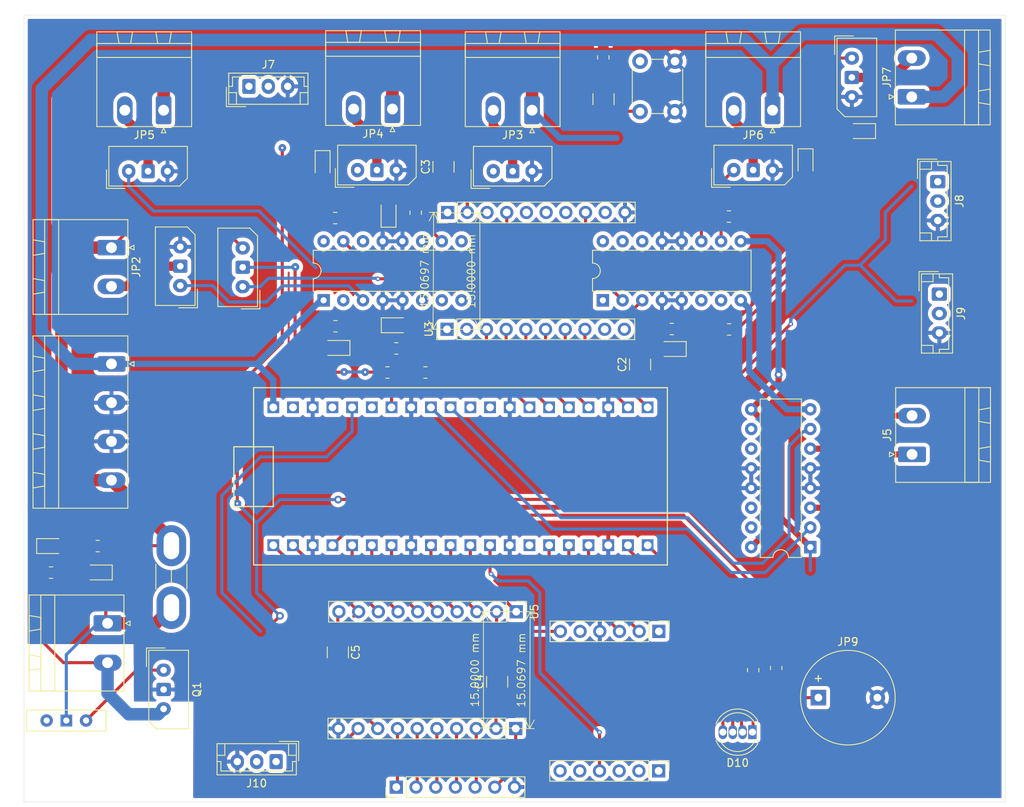
<source format=kicad_pcb>
(kicad_pcb (version 20240108) (generator "pcbnew") (generator_version "8.0")
  (layers (0 "F.Cu" signal) (31 "B.Cu" signal) (34 "B.Paste" user) (35 "F.Paste" user) (36 "B.SilkS" user "B.Silkscreen") (37 "F.SilkS" user "F.Silkscreen") (38 "B.Mask" user) (39 "F.Mask" user) (44 "Edge.Cuts" user))
  (net 0 "")
  (net 1 "Net-(C1-Pad1)")
  (net 2 "RESET")
  (net 3 "GND")
  (net 4 "Net-(D1-A)")
  (net 5 "Net-(D2-A)")
  (net 6 "Net-(D3-A)")
  (net 7 "12_V_battery")
  (net 8 "Net-(D4-A)")
  (net 9 "Net-(D5-A)")
  (net 10 "Net-(D6-A)")
  (net 11 "Net-(D7-A)")
  (net 12 "Net-(D8-A)")
  (net 13 "Net-(D9-A)")
  (net 14 "3V3")
  (net 15 "PWR_IN")
  (net 16 "5V_buck")
  (net 17 "GND_battery")
  (net 19 "RST")
  (net 24 "SCL")
  (net 25 "SDA")
  (net 26 "3V")
  (net 27 "TXD_MD")
  (net 28 "RXD_MD")
  (net 29 "Net-(JP2-B)")
  (net 30 "Net-(JP3-B)")
  (net 31 "Net-(JP4-B)")
  (net 32 "Net-(JP5-B)")
  (net 33 "Net-(JP6-B)")
  (net 34 "Net-(JP7-B)")
  (net 35 "Net-(D10-A)")
  (net 36 "Net-(JP9-A)")
  (net 37 "Net-(Q1-G)")
  (net 38 "G1")
  (net 39 "G2")
  (net 40 "G3")
  (net 41 "G4")
  (net 42 "G5")
  (net 43 "G6")
  (net 44 "Net-(Q8-D)")
  (net 45 "G7")
  (net 46 "V_measure")
  (net 47 "BUZZ")
  (net 48 "5V_LVL_SHFT_1")
  (net 49 "5V_LVL_SHFT_2")
  (net 50 "5V_LVL_SHFT_3")
  (net 51 "5V_LVL_SHFT_4")
  (net 52 "5V_LVL_SHFT_5")
  (net 53 "5V_LVL_SHFT_6")
  (net 54 "5V_LVL_SHFT_BATT")
  (net 56 "TOGG1")
  (net 57 "TOGG4")
  (net 58 "TOGG2")
  (net 59 "TOGG6")
  (net 60 "GP5")
  (net 61 "TOGG3")
  (net 62 "TOGG_BATT")
  (net 63 "TOGG5")
  (net 64 "GP6")
  (net 69 "TOGG_ACT_2")
  (net 70 "ACT_OUT_1")
  (net 72 "TOGG_ACT_1")
  (net 73 "ACT_OUT_2")
  (net 75 "GP4")
  (net 76 "GP7")
  (net 77 "GP3")
  (net 83 "LED_PIN_3")
  (net 84 "LED_PIN_2")
  (net 85 "LED_PIN_1")
  (net 87 "GP8")
  (net 89 "GP5_5V")
  (net 90 "GP4_5V")
  (net 91 "GP3_5V")
  (net 92 "GP6_5V")
  (net 93 "GP7_5V")
  (net 94 "GP8_5V")
  (net 95 "TXD_MD_5V")
  (net 96 "RXD_MD_5V")
  (footprint "Connector_Phoenix_MSTB:PhoenixContact_MSTBA_2,5_2-G_1x02_P5.00mm_Horizontal" (layer "F.Cu") (at 117 79.2775 180)
    (property "Reference" "JP3")
    (property "Value" "Jumper_2_Open")
  )
  (footprint "Capacitor_SMD:C_1210_3225Metric_Pad1.33x2.70mm_HandSolder" (layer "F.Cu") (at 112.5 153 90)
    (property "Reference" "C4")
    (property "Value" "0.1uF")
  )
  (footprint "Buzzer_Beeper:Buzzer_12x9.5RM7.6" (layer "F.Cu") (at 153.91 155.05)
    (property "Reference" "JP9")
    (property "Value" "Jumper_2_Open")
  )
  (footprint "LED_SMD:LED_0805_2012Metric_Pad1.15x1.40mm_HandSolder" (layer "F.Cu") (at 98.5 92.5 90)
    (property "Reference" "D6" (hide yes))
    (property "Value" "GREEN_LED" (hide yes))
  )
  (footprint "Package_DIP:DIP-16_W7.62mm" (layer "F.Cu") (at 126.125 103.8 90)
    (property "Reference" "U4" (hide yes))
    (property "Value" "L293D" (hide yes))
  )
  (footprint "LED_SMD:LED_0805_2012Metric_Pad1.15x1.40mm_HandSolder" (layer "F.Cu") (at 90 86.35 -90)
    (property "Reference" "D5" (hide yes))
    (property "Value" "GREEN_LED" (hide yes))
  )
  (footprint "Resistor_SMD:R_0805_2012Metric_Pad1.20x1.40mm_HandSolder" (layer "F.Cu") (at 91.66 107.14 180)
    (property "Reference" "R7" (hide yes))
    (property "Value" "220" (hide yes))
  )
  (footprint "Resistor_SMD:R_0805_2012Metric_Pad1.20x1.40mm_HandSolder" (layer "F.Cu") (at 103.25 113.11)
    (property "Reference" "R2" (hide yes))
    (property "Value" "330" (hide yes))
  )
  (footprint "Connector_Phoenix_MSTB:PhoenixContact_MSTBA_2,5_4-G_1x04_P5.00mm_Horizontal" (layer "F.Cu") (at 62.7775 112 -90)
    (property "Reference" "J1" (hide yes))
    (property "Value" "Conn_01x04_Socket" (hide yes))
  )
  (footprint "Capacitor_SMD:C_1210_3225Metric_Pad1.33x2.70mm_HandSolder" (layer "F.Cu") (at 126.21 77.85 -90)
    (property "Reference" "C1" (hide yes))
    (property "Value" "C" (hide yes))
  )
  (footprint "LED_SMD:LED_0805_2012Metric_Pad1.15x1.40mm_HandSolder" (layer "F.Cu") (at 152.25 86.12 -90)
    (property "Reference" "D7" (hide yes))
    (property "Value" "GREEN_LED" (hide yes))
  )
  (footprint "Resistor_SMD:R_0805_2012Metric_Pad1.20x1.40mm_HandSolder" (layer "F.Cu") (at 142.403796 107.551194)
    (property "Reference" "R11" (hide yes))
    (property "Value" "220" (hide yes))
  )
  (footprint "Resistor_SMD:R_0805_2012Metric_Pad1.20x1.40mm_HandSolder" (layer "F.Cu") (at 142.38 92.99)
    (property "Reference" "R10" (hide yes))
    (property "Value" "220" (hide yes))
  )
  (footprint "RASPBERRY_PI_PICO.kicad_mod:RASPBERRY_PI_PICO" (layer "F.Cu") (at 106.5 126.5 90)
    (property "Reference" "U1" (hide yes))
    (property "Value" "RASPBERRY_PI_PICO" (hide yes))
  )
  (footprint "Connector_JST:JST_EH_B3B-EH-A_1x03_P2.50mm_Vertical" (layer "F.Cu") (at 169.5 103 -90)
    (property "Reference" "J9")
    (property "Value" "Conn_01x03_Socket")
  )
  (footprint "Connector_JST:JST_EH_B3B-EH-A_1x03_P2.50mm_Vertical" (layer "F.Cu") (at 84 163.3 180)
    (property "Reference" "J10")
    (property "Value" "Conn_01x03_Socket")
  )
  (footprint "Resistor_SMD:R_0805_2012Metric_Pad1.20x1.40mm_HandSolder" (layer "F.Cu") (at 54.99 138.92)
    (property "Reference" "R5" (hide yes))
    (property "Value" "1k" (hide yes))
  )
  (footprint "Connector_Molex:Molex_SPOX_5267-03A_1x03_P2.50mm_Vertical" (layer "F.Cu") (at 158.22 72.55 -90)
    (property "Reference" "Q7" (hide yes))
    (property "Value" "NMOS" (hide yes))
  )
  (footprint "Connector_Phoenix_MSTB:PhoenixContact_MSTBA_2,5_2-G_1x02_P5.00mm_Horizontal" (layer "F.Cu") (at 62.7775 97 -90)
    (property "Reference" "JP2")
    (property "Value" "Jumper_2_Open")
  )
  (footprint "Connector_JST:JST_EH_B3B-EH-A_1x03_P2.50mm_Vertical" (layer "F.Cu") (at 169.3 88.5 -90)
    (property "Reference" "J8")
    (property "Value" "Conn_01x03_Socket")
  )
  (footprint "Connector_Molex:Molex_SPOX_5267-03A_1x03_P2.50mm_Vertical" (layer "F.Cu") (at 94.5 87)
    (property "Reference" "Q4" (hide yes))
    (property "Value" "NMOS" (hide yes))
  )
  (footprint "Resistor_SMD:R_0805_2012Metric_Pad1.20x1.40mm_HandSolder" (layer "F.Cu") (at 126.18 72.47 -90)
    (property "Reference" "R13" (hide yes))
    (property "Value" "220" (hide yes))
  )
  (footprint "LED_THT:LED_D5.0mm-4_RGB" (layer "F.Cu") (at 145.405 159.5 180)
    (property "Reference" "D10")
    (property "Value" "ASMB-MTB0-0A3A2" (hide yes))
  )
  (footprint "Connector_PinHeader_2.54mm:PinHeader_1x10_P2.54mm_Vertical_1" (layer "F.Cu") (at 114.962707 143.96524 -90)
    (property "Reference" "U5")
    (property "Value" "TXS0108EPW")
  )
  (footprint "Capacitor_SMD:C_1210_3225Metric_Pad1.33x2.70mm_HandSolder" (layer "F.Cu") (at 130.922823 112.081599 90)
    (property "Reference" "C2")
    (property "Value" "0.1uF")
  )
  (footprint "Capacitor_SMD:C_1210_3225Metric_Pad1.33x2.70mm_HandSolder" (layer "F.Cu") (at 91.959316 149.204777 -90)
    (property "Reference" "C5")
    (property "Value" "0.1uF")
  )
  (footprint "LED_SMD:LED_0805_2012Metric_Pad1.15x1.40mm_HandSolder" (layer "F.Cu") (at 55 135.5)
    (property "Reference" "D2" (hide yes))
    (property "Value" "GREEN_LED" (hide yes))
  )
  (footprint "Fuse:Fuse_Blade_Mini_directSolder" (layer "F.Cu") (at 70.5 143.45 90)
    (property "Reference" "F1" (hide yes))
    (property "Value" "Fuse" (hide yes))
  )
  (footprint "Connector_Molex:Molex_SPOX_5267-03A_1x03_P2.50mm_Vertical" (layer "F.Cu") (at 112 87.15)
    (property "Reference" "Q3" (hide yes))
    (property "Value" "NMOS" (hide yes))
  )
  (footprint "Capacitor_SMD:C_1210_3225Metric_Pad1.33x2.70mm_HandSolder" (layer "F.Cu") (at 105.583085 86.583085 90)
    (property "Reference" "C3")
    (property "Value" "0.1uF")
  )
  (footprint "Connector_Phoenix_MSTB:PhoenixContact_MSTBA_2,5_2-G_1x02_P5.00mm_Horizontal" (layer "F.Cu") (at 148 79.2775 180)
    (property "Reference" "JP6")
    (property "Value" "Jumper_2_Open")
  )
  (footprint "Resistor_SMD:R_0805_2012Metric_Pad1.20x1.40mm_HandSolder" (layer "F.Cu") (at 99.5 110 180)
    (property "Reference" "R6" (hide yes))
    (property "Value" "220" (hide yes))
  )
  (footprint "Package_DIP:DIP-16_W7.62mm" (layer "F.Cu") (at 152.87 135.635 180)
    (property "Reference" "U6" (hide yes))
    (property "Value" "L293D" (hide yes))
  )
  (footprint "Connector_Molex:Molex_SPOX_5267-03A_1x03_P2.50mm_Vertical" (layer "F.Cu") (at 69.5 151.5 -90)
    (property "Reference" "Q1")
    (property "Value" "NMOS")
  )
  (footprint "Resistor_SMD:R_0805_2012Metric_Pad1.20x1.40mm_HandSolder" (layer "F.Cu") (at 148.47 151.23 -90)
    (property "Reference" "R3" (hide yes))
    (property "Value" "110" (hide yes))
  )
  (footprint "Resistor_SMD:R_0805_2012Metric_Pad1.20x1.40mm_HandSolder" (layer "F.Cu") (at 102 92.5 90)
    (property "Reference" "R9" (hide yes))
    (property "Value" "220" (hide yes))
  )
  (footprint "Connector_PinHeader_2.54mm:PinHeader_1x06_P2.54mm_Vertical" (layer "F.Cu") (at 133.35 146.5 -90)
    (property "Reference" "J3" (hide yes))
    (property "Value" "Conn_01x06_Pin" (hide yes))
  )
  (footprint "Connector_PinHeader_2.54mm:PinHeader_1x07_P2.54mm_Vertical" (layer "F.Cu") (at 99.498188 166.587544 90)
    (property "Reference" "J6" (hide yes))
    (property "Value" "Conn_01x07_Pin" (hide yes))
  )
  (footprint "Resistor_SMD:R_0805_2012Metric_Pad1.20x1.40mm_HandSolder" (layer "F.Cu") (at 98.36 113.11)
    (property "Reference" "R1" (hide yes))
    (property "Value" "970" (hide yes))
  )
  (footprint "LED_SMD:LED_0805_2012Metric_Pad1.15x1.40mm_HandSolder" (layer "F.Cu") (at 159.4175 81.97 180)
    (property "Reference" "D8" (hide yes))
    (property "Value" "GREEN_LED" (hide yes))
  )
  (footprint "Connector_PinHeader_2.54mm:PinHeader_1x10_P2.54mm_Vertical_1" (layer "F.Cu") (at 106.037293 107.534761 90)
    (property "Reference" "U3")
    (property "Value" "TXS0108EPW")
  )
  (footprint "Button_Switch_THT:SW_Slide-03_Wuerth-WS-SLTV_10x2.5x6.4_P2.54mm" (layer "F.Cu") (at 56.96 158)
    (property "Reference" "SW2" (hide yes))
    (property "Value" "SW_Wuerth_450301014042" (hide yes))
  )
  (footprint "Button_Switch_THT:SW_PUSH_6mm_H5mm" (layer "F.Cu") (at 130.92 79.46 90)
    (property "Reference" "SW1" (hide yes))
    (property "Value" "SW_Push" (hide yes))
  )
  (footprint "Resistor_SMD:R_0805_2012Metric_Pad1.20x1.40mm_HandSolder" (layer "F.Cu") (at 145.5 151.5 90)
    (property "Reference" "R14" (hide yes))
    (property "Value" "220" (hide yes))
  )
  (footprint "LED_SMD:LED_0805_2012Metric_Pad1.15x1.40mm_HandSolder" (layer "F.Cu") (at 99.42 107.02)
    (property "Reference" "D1" (hide yes))
    (property "Value" "GREEN_LED" (hide yes))
  )
  (footprint "LED_SMD:LED_0805_2012Metric_Pad1.15x1.40mm_HandSolder" (layer "F.Cu") (at 61.02 138.9 180)
    (property "Reference" "D3" (hide yes))
    (property "Value" "RED_LED" (hide yes))
  )
  (footprint "Connector_Molex:Molex_SPOX_5267-03A_1x03_P2.50mm_Vertical" (layer "F.Cu") (at 143 87)
    (property "Reference" "Q6" (hide yes))
    (property "Value" "NMOS" (hide yes))
  )
  (footprint "Connector_Molex:Molex_SPOX_5267-03A_1x03_P2.50mm_Vertical" (layer "F.Cu") (at 71.65 101.9 90)
    (property "Reference" "Q2" (hide yes))
    (property "Value" "NMOS" (hide yes))
  )
  (footprint "Connector_Phoenix_MSTB:PhoenixContact_MSTBA_2,5_2-G_1x02_P5.00mm_Horizontal" (layer "F.Cu") (at 165.9425 77.55 90)
    (property "Reference" "JP7")
    (property "Value" "Jumper_2_Open")
  )
  (footprint "Connector_Phoenix_MSTB:PhoenixContact_MSTBA_2,5_2-G-5,08_1x02_P5.08mm_Horizontal" (layer "F.Cu") (at 62.2775 145.46 -90)
    (property "Reference" "BATTERY_CONN1" (hide yes))
    (property "Value" "Conn_01x02_Socket" (hide yes))
  )
  (footprint "LED_SMD:LED_0805_2012Metric_Pad1.15x1.40mm_HandSolder" (layer "F.Cu") (at 91.66 109.94 180)
    (property "Reference" "D4" (hide yes))
    (property "Value" "GREEN_LED" (hide yes))
  )
  (footprint "Resistor_SMD:R_0805_2012Metric_Pad1.20x1.40mm_HandSolder" (layer "F.Cu") (at 61 135.5 180)
    (property "Reference" "R4" (hide yes))
    (property "Value" "1k" (hide yes))
  )
  (footprint "Connector_Phoenix_MSTB:PhoenixContact_MSTBA_2,5_2-G_1x02_P5.00mm_Horizontal" (layer "F.Cu") (at 69.5 79.2775 180)
    (property "Reference" "JP5")
    (property "Value" "Jumper_2_Open")
  )
  (footprint "Connector_PinHeader_2.54mm:PinHeader_1x06_P2.54mm_Vertical" (layer "F.Cu") (at 133.31 164.5 -90)
    (property "Reference" "J2" (hide yes))
    (property "Value" "Conn_01x06_Pin" (hide yes))
  )
  (footprint "Connector_Phoenix_MSTB:PhoenixContact_MSTBA_2,5_2-G_1x02_P5.00mm_Horizontal" (layer "F.Cu") (at 99 79.1275 180)
    (property "Reference" "JP4")
    (property "Value" "Jumper_2_Open")
  )
  (footprint "Package_DIP:DIP-16_W7.62mm" (layer "F.Cu") (at 90.125 103.8 90)
    (property "Reference" "U2" (hide yes))
    (property "Value" "L293D" (hide yes))
  )
  (footprint "Connector_JST:JST_EH_B3B-EH-A_1x03_P2.50mm_Vertical" (layer "F.Cu") (at 80.5 76.2)
    (property "Reference" "J7")
    (property "Value" "Conn_01x03_Socket")
  )
  (footprint "Connector_Phoenix_MSTB:PhoenixContact_MSTBA_2,5_2-G_1x02_P5.00mm_Horizontal" (layer "F.Cu") (at 165.9825 123.67 90)
    (property "Reference" "J5")
    (property "Value" "Conn_01x02_Socket")
  )
  (footprint "Resistor_SMD:R_0805_2012Metric_Pad1.20x1.40mm_HandSolder" (layer "F.Cu") (at 135 107.5 180)
    (property "Reference" "R12" (hide yes))
    (property "Value" "220" (hide yes))
  )
  (footprint "Connector_Molex:Molex_SPOX_5267-03A_1x03_P2.50mm_Vertical" (layer "F.Cu") (at 65 87.15)
    (property "Reference" "Q5" (hide yes))
    (property "Value" "NMOS" (hide yes))
  )
  (footprint "Resistor_SMD:R_0805_2012Metric_Pad1.20x1.40mm_HandSolder" (layer "F.Cu") (at 91.62 93.19 180)
    (property "Reference" "R8" (hide yes))
    (property "Value" "220" (hide yes))
  )
  (footprint "Connector_Molex:Molex_SPOX_5267-03A_1x03_P2.50mm_Vertical" (layer "F.Cu") (at 79.7 102.04 90)
    (property "Reference" "Q8" (hide yes))
    (property "Value" "PMOS" (hide yes))
  )
  (footprint "LED_SMD:LED_0805_2012Metric_Pad1.15x1.40mm_HandSolder" (layer "F.Cu") (at 135.0075 110.08 180)
    (property "Reference" "D9" (hide yes))
    (property "Value" "GREEN_LED" (hide yes))
  )
  (gr_rect (start 51.5 67) (end 178 168.5) (stroke (width 0.05)) (fill none) (layer "Edge.Cuts"))
  (segment (start 126.18 73.47) (end 126.18 76.2575) (width 0.4) (layer "F.Cu") (net 1))
  (segment (start 126.18 76.2575) (end 126.21 76.2875) (width 0.4) (layer "F.Cu") (net 1))
  (segment (start 126.21 79.4125) (end 130.8725 79.4125) (width 0.4) (layer "F.Cu") (net 2))
  (segment (start 130.8725 79.4125) (end 130.92 79.46) (width 0.4) (layer "F.Cu") (net 2))
  (segment (start 156.67 103.22) (end 162.34 108.89) (width 0.4) (layer "F.Cu") (net 3))
  (segment (start 80.5 135.5) (end 88.73 127.27) (width 0.4) (layer "F.Cu") (net 3))
  (segment (start 78 149) (end 84 143) (width 0.4) (layer "F.Cu") (net 3))
  (segment (start 82.98 82.82) (end 84.5 81.3) (width 0.4) (layer "F.Cu") (net 3))
  (segment (start 153.6 103.22) (end 156.63 103.22) (width 0.4) (layer "F.Cu") (net 3))
  (segment (start 80.5 139.5) (end 80.5 135.5) (width 0.4) (layer "F.Cu") (net 3))
  (segment (start 79.5 134.5) (end 76 131) (width 0.4) (layer "F.Cu") (net 3))
  (segment (start 165.8 94.05) (end 165.9425 94.05) (width 0.4) (layer "F.Cu") (net 3))
  (segment (start 156.63 103.22) (end 165.8 94.05) (width 0.4) (layer "F.Cu") (net 3))
  (segment (start 82.98 109.54) (end 82.98 82.82) (width 0.4) (layer "F.Cu") (net 3))
  (segment (start 88.73 127.27) (end 126.32 127.27) (width 0.4) (layer "F.Cu") (net 3))
  (segment (start 78 157.7225) (end 78 149) (width 0.4) (layer "F.Cu") (net 3))
  (segment (start 80.5 135.5) (end 79.5 134.5) (width 0.4) (layer "F.Cu") (net 3))
  (segment (start 76 116.52) (end 82.98 109.54) (width 0.4) (layer "F.Cu") (net 3))
  (segment (start 84 143) (end 80.5 139.5) (width 0.4) (layer "F.Cu") (net 3))
  (segment (start 153.6 103.22) (end 156.67 103.22) (width 0.4) (layer "F.Cu") (net 3))
  (segment (start 126.32 127.27) (end 150.37 103.22) (width 0.4) (layer "F.Cu") (net 3))
  (segment (start 76 131) (end 76 116.52) (width 0.4) (layer "F.Cu") (net 3))
  (segment (start 165.1425 108.12) (end 165.9125 108.89) (width 0.4) (layer "F.Cu") (net 3))
  (segment (start 150.37 103.22) (end 153.6 103.22) (width 0.4) (layer "F.Cu") (net 3))
  (segment (start 162.34 108.89) (end 165.9125 108.89) (width 0.4) (layer "F.Cu") (net 3))
  (segment (start 56.025 135.5) (end 60 135.5) (width 0.4) (layer "F.Cu") (net 5))
  (segment (start 59.975 138.92) (end 59.995 138.9) (width 0.4) (layer "F.Cu") (net 6))
  (segment (start 55.99 138.92) (end 59.975 138.92) (width 0.4) (layer "F.Cu") (net 6))
  (segment (start 62.2775 145.46) (end 68.49 145.46) (width 1.6) (layer "F.Cu") (net 7))
  (segment (start 62.045 138.9) (end 62.045 145.2275) (width 0.4) (layer "F.Cu") (net 7))
  (segment (start 62.045 145.2275) (end 62.2775 145.46) (width 0.4) (layer "F.Cu") (net 7))
  (segment (start 68.49 145.46) (end 70.5 143.45) (width 1.6) (layer "F.Cu") (net 7))
  (segment (start 56.96 149.51) (end 56.96 158) (width 0.4) (layer "B.Cu") (net 7))
  (segment (start 62.2775 145.46) (end 61.01 145.46) (width 0.4) (layer "B.Cu") (net 7))
  (segment (start 61.01 145.46) (end 56.96 149.51) (width 0.4) (layer "B.Cu") (net 7))
  (segment (start 90.66 107.14) (end 90.66 109.915) (width 0.4) (layer "F.Cu") (net 8))
  (segment (start 90.66 109.915) (end 90.635 109.94) (width 0.4) (layer "F.Cu") (net 8))
  (segment (start 90 87.375) (end 90 92.57) (width 0.4) (layer "F.Cu") (net 9))
  (segment (start 101.975 91.475) (end 102 91.5) (width 0.4) (layer "F.Cu") (net 10))
  (segment (start 98.5 91.475) (end 101.975 91.475) (width 0.4) (layer "F.Cu") (net 10))
  (segment (start 152.25 89.2) (end 152.25 87.145) (width 0.4) (layer "F.Cu") (net 11))
  (segment (start 143.38 92.99) (end 148.46 92.99) (width 0.4) (layer "F.Cu") (net 11))
  (segment (start 148.46 92.99) (end 152.25 89.2) (width 0.4) (layer "F.Cu") (net 11))
  (segment (start 158.2675 92.7325) (end 158.3925 92.7325) (width 0.4) (layer "F.Cu") (net 12))
  (segment (start 158.3925 92.7325) (end 158.3925 81.97) (width 0.4) (layer "F.Cu") (net 12))
  (segment (start 143.82 107.18) (end 158.2675 92.7325) (width 0.4) (layer "F.Cu") (net 12))
  (segment (start 143.82 107.36) (end 143.82 107.18) (width 0.4) (layer "F.Cu") (net 12))
  (segment (start 91.959316 144.108631) (end 92.102707 143.96524) (width 0.4) (layer "F.Cu") (net 14))
  (segment (start 113 146.5) (end 120.65 146.5) (width 0.4) (layer "F.Cu") (net 14))
  (segment (start 112.422707 145.922707) (end 113 146.5) (width 0.4) (layer "F.Cu") (net 14))
  (segment (start 112.422707 143.96524) (end 112.422707 145.922707) (width 0.4) (layer "F.Cu") (net 14))
  (segment (start 91.959316 147.642277) (end 91.959316 144.108631) (width 0.4) (layer "F.Cu") (net 14))
  (segment (start 82 124) (end 90.5 124) (width 0.4) (layer "B.Cu") (net 14))
  (segment (start 77 129) (end 82 124) (width 0.4) (layer "B.Cu") (net 14))
  (segment (start 82 146.5) (end 77 141.5) (width 0.4) (layer "B.Cu") (net 14))
  (segment (start 93.8 120.7) (end 93.8 117.61) (width 0.4) (layer "B.Cu") (net 14))
  (segment (start 90.5 124) (end 93.8 120.7) (width 0.4) (layer "B.Cu") (net 14))
  (segment (start 77 141.5) (end 77 129) (width 0.4) (layer "B.Cu") (net 14))
  (segment (start 56.36 122.14) (end 56.33 122.11) (width 1.6) (layer "F.Cu") (net 15))
  (segment (start 70.5 135.45) (end 62.05 135.45) (width 0.4) (layer "F.Cu") (net 15))
  (segment (start 56.33 93.65) (end 56.33 77.91) (width 1.6) (layer "F.Cu") (net 15))
  (segment (start 101.91 73.01) (end 114.06 73.01) (width 1.6) (layer "F.Cu") (net 15))
  (segment (start 69.19 75.41) (end 69.5 75.41) (width 1.6) (layer "F.Cu") (net 15))
  (segment (start 99 75.76) (end 99 79.1275) (width 1.6) (layer "F.Cu") (net 15))
  (segment (start 62.7775 97) (end 59.68 97) (width 1.6) (layer "F.Cu") (net 15))
  (segment (start 99 75.92) (end 101.91 73.01) (width 1.6) (layer "F.Cu") (net 15))
  (segment (start 117 75.95) (end 117 79.2775) (width 1.6) (layer "F.Cu") (net 15))
  (segment (start 69.5 75.41) (end 69.5 79.2775) (width 1.6) (layer "F.Cu") (net 15))
  (segment (start 56.33 77.91) (end 61.23 73.01) (width 1.6) (layer "F.Cu") (net 15))
  (segment (start 56.33 122.11) (end 56.33 100.57) (width 1.6) (layer "F.Cu") (net 15))
  (segment (start 114.06 73.01) (end 117 75.95) (width 1.6) (layer "F.Cu") (net 15))
  (segment (start 61.23 73.01) (end 66.79 73.01) (width 1.6) (layer "F.Cu") (net 15))
  (segment (start 56.36 123.22) (end 56.36 122.14) (width 1.6) (layer "F.Cu") (net 15))
  (segment (start 69.5 79.2775) (end 69.5 75.52) (width 1.6) (layer "F.Cu") (net 15))
  (segment (start 62.7775 97) (end 65.6175 94.16) (width 0.4) (layer "F.Cu") (net 15))
  (segment (start 60.14 127) (end 56.36 123.22) (width 1.6) (layer "F.Cu") (net 15))
  (segment (start 62.7775 127) (end 60.14 127) (width 1.6) (layer "F.Cu") (net 15))
  (segment (start 59.9 97) (end 62.7775 97) (width 1.6) (layer "F.Cu") (net 15))
  (segment (start 65.6175 94.16) (end 76.82 94.16) (width 0.4) (layer "F.Cu") (net 15))
  (segment (start 56.33 100.57) (end 59.9 97) (width 1.6) (layer "F.Cu") (net 15))
  (segment (start 70.5 134.7225) (end 62.7775 127) (width 1.6) (layer "F.Cu") (net 15))
  (segment (start 70.5 135.45) (end 70.5 134.7225) (width 1.6) (layer "F.Cu") (net 15))
  (segment (start 59.68 97) (end 56.33 93.65) (width 1.6) (layer "F.Cu") (net 15))
  (segment (start 62.05 135.45) (end 62 135.5) (width 0.4) (layer "F.Cu") (net 15))
  (segment (start 69.5 75.52) (end 71.94 73.08) (width 1.6) (layer "F.Cu") (net 15))
  (segment (start 99 79.1275) (end 99 75.92) (width 1.6) (layer "F.Cu") (net 15))
  (segment (start 76.82 94.16) (end 79.7 97.04) (width 0.4) (layer "F.Cu") (net 15))
  (segment (start 71.94 73.08) (end 96.32 73.08) (width 1.6) (layer "F.Cu") (net 15))
  (segment (start 96.32 73.08) (end 99 75.76) (width 1.6) (layer "F.Cu") (net 15))
  (segment (start 66.79 73.01) (end 69.19 75.41) (width 1.6) (layer "F.Cu") (net 15))
  (segment (start 145 104.895) (end 145 113) (width 0.8) (layer "B.Cu") (net 15))
  (segment (start 117 79.2775) (end 120.5725 82.85) (width 0.8) (layer "B.Cu") (net 15))
  (segment (start 143.905 103.8) (end 145 104.895) (width 0.8) (layer "B.Cu") (net 15))
  (segment (start 149.855 117.855) (end 152.87 117.855) (width 0.8) (layer "B.Cu") (net 15))
  (segment (start 120.5725 82.85) (end 127.85 82.85) (width 0.8) (layer "B.Cu") (net 15))
  (segment (start 145 113) (end 149.855 117.855) (width 0.8) (layer "B.Cu") (net 15))
  (segment (start 105.583085 88.145585) (end 108.652707 91.215207) (width 0.4) (layer "F.Cu") (net 16))
  (segment (start 149.14 131.905) (end 148.98 131.905) (width 0.8) (layer "F.Cu") (net 16))
  (segment (start 148.78 114.325) (end 148.78 113.38) (width 0.8) (layer "F.Cu") (net 16))
  (segment (start 108.652707 91.215207) (end 108.652707 92.46524) (width 0.4) (layer "F.Cu") (net 16))
  (segment (start 145.25 117.855) (end 149.14 121.745) (width 0.8) (layer "F.Cu") (net 16))
  (segment (start 148.98 131.905) (end 145.25 135.635) (width 0.8) (layer "F.Cu") (net 16))
  (segment (start 149.14 131.905) (end 152.87 135.635) (width 0.8) (layer "F.Cu") (net 16))
  (segment (start 112.347293 154.715207) (end 112.5 154.5625) (width 0.4) (layer "F.Cu") (net 16))
  (segment (start 145.25 117.855) (end 148.78 114.325) (width 0.8) (layer "F.Cu") (net 16))
  (segment (start 149.14 121.745) (end 149.14 131.905) (width 0.8) (layer "F.Cu") (net 16))
  (segment (start 112.347293 159.034761) (end 112.347293 154.715207) (width 0.4) (layer "F.Cu") (net 16))
  (via (at 148.78 113.38) (size 1) (drill 0.5) (layers "F.Cu" "B.Cu") (net 16))
  (segment (start 53.95 108.08) (end 53.79 107.92) (width 1.6) (layer "B.Cu") (net 16))
  (segment (start 144.46 70.21) (end 147.77 73.52) (width 1.6) (layer "B.Cu") (net 16))
  (segment (start 147.34 96.18) (end 143.905 96.18) (width 0.8) (layer "B.Cu") (net 16))
  (segment (start 53.79 107.92) (end 53.79 99.14) (width 1.6) (layer "B.Cu") (net 16))
  (segment (start 170.02 77.55) (end 171.87 75.7) (width 1.6) (layer "B.Cu") (net 16))
  (segment (start 169.07 69.47) (end 151.82 69.47) (width 1.6) (layer "B.Cu") (net 16))
  (segment (start 165.9425 77.55) (end 170.02 77.55) (width 1.6) (layer "B.Cu") (net 16))
  (segment (start 81.55 112) (end 89.75 103.8) (width 0.8) (layer "B.Cu") (net 16))
  (segment (start 62.7775 112) (end 57.87 112) (width 1.6) (layer "B.Cu") (net 16))
  (segment (start 53.79 76.52) (end 60.1 70.21) (width 1.6) (layer "B.Cu") (net 16))
  (segment (start 60.1 70.21) (end 144.46 70.21) (width 1.6) (layer "B.Cu") (net 16))
  (segment (start 148.78 97.62) (end 147.34 96.18) (width 0.8) (layer "B.Cu") (net 16))
  (segment (start 81.55 112) (end 83.64 114.09) (width 0.8) (layer "B.Cu") (net 16))
  (segment (start 83.64 114.09) (end 83.64 117.61) (width 0.8) (layer "B.Cu") (net 16))
  (segment (start 151.82 69.47) (end 147.77 73.52) (width 1.6) (layer "B.Cu") (net 16))
  (segment (start 152.87 135.635) (end 152.87 138.63) (width 0.4) (layer "B.Cu") (net 16))
  (segment (start 62.7775 112) (end 81.55 112) (width 0.8) (layer "B.Cu") (net 16))
  (segment (start 57.87 112) (end 53.95 108.08) (width 1.6) (layer "B.Cu") (net 16))
  (segment (start 147.77 73.52) (end 148 73.75) (width 1.6) (layer "B.Cu") (net 16))
  (segment (start 53.79 99.14) (end 53.79 76.52) (width 1.6) (layer "B.Cu") (net 16))
  (segment (start 148.78 113.38) (end 148.78 97.62) (width 0.8) (layer "B.Cu") (net 16))
  (segment (start 171.87 72.27) (end 169.07 69.47) (width 1.6) (layer "B.Cu") (net 16))
  (segment (start 171.87 75.7) (end 171.87 72.27) (width 1.6) (layer "B.Cu") (net 16))
  (segment (start 148 73.75) (end 148 79.2775) (width 1.6) (layer "B.Cu") (net 16))
  (segment (start 53.99 147.93) (end 56.6 150.54) (width 0.4) (layer "F.Cu") (net 17))
  (segment (start 53.99 138.92) (end 53.99 147.93) (width 0.4) (layer "F.Cu") (net 17))
  (segment (start 56.6 150.54) (end 62.2775 150.54) (width 0.4) (layer "F.Cu") (net 17))
  (segment (start 64.99 157.19) (end 68.81 157.19) (width 1.6) (layer "B.Cu") (net 17))
  (segment (start 62.2775 154.4775) (end 64.99 157.19) (width 1.6) (layer "B.Cu") (net 17))
  (segment (start 68.81 157.19) (end 69.5 156.5) (width 1.6) (layer "B.Cu") (net 17))
  (segment (start 62.2775 150.54) (end 62.2775 154.4775) (width 1.6) (layer "B.Cu") (net 17))
  (segment (start 125.69 164.5) (end 125.69 159.517713) (width 0.4) (layer "F.Cu") (net 19))
  (segment (start 111.58 138.944967) (end 111.727035 139.092002) (width 0.4) (layer "F.Cu") (net 19))
  (segment (start 125.69 159.517713) (end 125.707714 159.499999) (width 0.4) (layer "F.Cu") (net 19))
  (segment (start 111.58 135.39) (end 111.58 138.944967) (width 0.4) (layer "F.Cu") (net 19))
  (via (at 111.727035 139.092002) (size 0.6) (drill 0.3) (layers "F.Cu" "B.Cu") (net 19))
  (via (at 125.69 159.517713) (size 0.6) (drill 0.3) (layers "F.Cu" "B.Cu") (net 19))
  (segment (start 118 151.827713) (end 118 141.5) (width 0.4) (layer "B.Cu") (net 19))
  (segment (start 112.635033 140) (end 111.727035 139.092002) (width 0.4) (layer "B.Cu") (net 19))
  (segment (start 125.69 159.517713) (end 118 151.827713) (width 0.4) (layer "B.Cu") (net 19))
  (segment (start 116.5 140) (end 112.635033 140) (width 0.4) (layer "B.Cu") (net 19))
  (segment (start 118 141.5) (end 116.5 140) (width 0.4) (layer "B.Cu") (net 19))
  (segment (start 119.2 135.39) (end 119.2 137.43) (width 0.4) (layer "F.Cu") (net 24))
  (segment (start 119.2 137.43) (end 128.27 146.5) (width 0.4) (layer "F.Cu") (net 24))
  (segment (start 121.74 135.39) (end 121.74 137.43) (width 0.4) (layer "F.Cu") (net 25))
  (segment (start 121.74 137.43) (end 130.81 146.5) (width 0.4) (layer "F.Cu") (net 25))
  (segment (start 94.642707 143.96524) (end 89.677467 139) (width 0.4) (layer "F.Cu") (net 27))
  (segment (start 94.017888 144.550059) (end 94.102707 144.46524) (width 0.4) (layer "F.Cu") (net 27))
  (segment (start 89.677467 139) (end 87.25 139) (width 0.4) (layer "F.Cu") (net 27))
  (segment (start 87.25 139) (end 83.64 135.39) (width 0.4) (layer "F.Cu") (net 27))
  (segment (start 97.182707 143.96524) (end 91.217467 138) (width 0.4) (layer "F.Cu") (net 28))
  (segment (start 91.217467 138) (end 88.79 138) (width 0.4) (layer "F.Cu") (net 28))
  (segment (start 88.79 138) (end 86.18 135.39) (width 0.4) (layer "F.Cu") (net 28))
  (segment (start 67.39 99.4) (end 71.65 99.4) (width 1.2) (layer "F.Cu") (net 29))
  (segment (start 64.79 102) (end 67.39 99.4) (width 1.2) (layer "F.Cu") (net 29))
  (segment (start 62.7775 102) (end 64.79 102) (width 1.2) (layer "F.Cu") (net 29))
  (segment (start 112 81.28) (end 114.5 83.78) (width 1.2) (layer "F.Cu") (net 30))
  (segment (start 112 79.2775) (end 112 81.28) (width 1.2) (layer "F.Cu") (net 30))
  (segment (start 114.5 83.78) (end 114.5 87.15) (width 1.2) (layer "F.Cu") (net 30))
  (segment (start 94 80.31) (end 97 83.31) (width 1.2) (layer "F.Cu") (net 31))
  (segment (start 94 79.1275) (end 94 80.31) (width 1.2) (layer "F.Cu") (net 31))
  (segment (start 97 83.31) (end 97 87) (width 1.2) (layer "F.Cu") (net 31))
  (segment (start 64.5 80.31) (end 67.5 83.31) (width 1.2) (layer "F.Cu") (net 32))
  (segment (start 64.5 79.2775) (end 64.5 80.31) (width 1.2) (layer "F.Cu") (net 32))
  (segment (start 67.5 83.31) (end 67.5 87.15) (width 1.2) (layer "F.Cu") (net 32))
  (segment (start 145.5 83.34) (end 145.5 87) (width 1.2) (layer "F.Cu") (net 33))
  (segment (start 143 80.66) (end 145.59 83.25) (width 1.2) (layer "F.Cu") (net 33))
  (segment (start 143 79.2775) (end 143 80.66) (width 1.2) (layer "F.Cu") (net 33))
  (segment (start 145.59 83.25) (end 145.5 83.34) (width 1.2) (layer "F.Cu") (net 33))
  (segment (start 163.4425 75.05) (end 165.9425 72.55) (width 1.2) (layer "F.Cu") (net 34))
  (segment (start 158.22 75.05) (end 163.4425 75.05) (width 1.2) (layer "F.Cu") (net 34))
  (segment (start 145.5 152.5) (end 145.5 159.405) (width 0.4) (layer "F.Cu") (net 35))
  (segment (start 145.5 159.405) (end 145.405 159.5) (width 0.4) (layer "F.Cu") (net 35))
  (segment (start 148.47 152.23) (end 148.47 153.3) (width 0.4) (layer "F.Cu") (net 36))
  (segment (start 153.96 155) (end 153.91 155.05) (width 0.4) (layer "F.Cu") (net 36))
  (segment (start 150.22 155.05) (end 153.91 155.05) (width 0.4) (layer "F.Cu") (net 36))
  (segment (start 148.47 153.3) (end 150.22 155.05) (width 0.4) (layer "F.Cu") (net 36))
  (segment (start 66 151.5) (end 69.5 151.5) (width 0.4) (layer "F.Cu") (net 37))
  (segment (start 59.5 158) (end 66 151.5) (width 0.4) (layer "F.Cu") (net 37))
  (segment (start 65 89.09) (end 65 87.15) (width 0.4) (layer "B.Cu") (net 38))
  (segment (start 89.14 99.61) (end 81.81 92.28) (width 0.4) (layer "B.Cu") (net 38))
  (segment (start 81.81 92.28) (end 68.19 92.28) (width 0.4) (layer "B.Cu") (net 38))
  (segment (start 68.19 92.28) (end 65 89.09) (width 0.4) (layer "B.Cu") (net 38))
  (segment (start 82.72 104.01) (end 77.93 104.01) (width 0.4) (layer "B.Cu") (net 39))
  (segment (start 93.335 101.93) (end 84.8 101.93) (width 0.4) (layer "B.Cu") (net 39))
  (segment (start 77.93 104.01) (end 75.82 101.9) (width 0.4) (layer "B.Cu") (net 39))
  (segment (start 84.8 101.93) (end 82.72 104.01) (width 0.4) (layer "B.Cu") (net 39))
  (segment (start 95.205 103.8) (end 93.335 101.93) (width 0.4) (layer "B.Cu") (net 39))
  (segment (start 75.82 101.9) (end 71.65 101.9) (width 0.4) (layer "B.Cu") (net 39))
  (segment (start 138.825 96.18) (end 138.825 91.175) (width 0.4) (layer "F.Cu") (net 42))
  (segment (start 138.825 91.175) (end 143 87) (width 0.4) (layer "F.Cu") (net 42))
  (segment (start 154.88 93.22) (end 154.88 74.28) (width 0.4) (layer "F.Cu") (net 43))
  (segment (start 146.73 101.37) (end 154.88 93.22) (width 0.4) (layer "F.Cu") (net 43))
  (segment (start 156.61 72.55) (end 158.22 72.55) (width 0.4) (layer "F.Cu") (net 43))
  (segment (start 154.88 74.28) (end 156.61 72.55) (width 0.4) (layer "F.Cu") (net 43))
  (segment (start 95.48 113.06) (end 97.31 113.06) (width 0.4) (layer "F.Cu") (net 44))
  (segment (start 89.8 113.07) (end 92.74 113.07) (width 0.4) (layer "F.Cu") (net 44))
  (segment (start 97.31 113.06) (end 97.36 113.11) (width 0.4) (layer "F.Cu") (net 44))
  (segment (start 92.74 113.07) (end 92.77 113.04) (width 0.4) (layer "F.Cu") (net 44))
  (segment (start 86.45 109.72) (end 89.8 113.07) (width 0.4) (layer "F.Cu") (net 44))
  (segment (start 86.48 99.49) (end 86.45 99.52) (width 0.4) (layer "F.Cu") (net 44))
  (segment (start 86.45 99.52) (end 86.45 109.72) (width 0.4) (layer "F.Cu") (net 44))
  (via (at 95.48 113.06) (size 1) (drill 0.3) (layers "F.Cu" "B.Cu") (net 44))
  (via (at 92.77 113.04) (size 1) (drill 0.3) (layers "F.Cu" "B.Cu") (net 44))
  (via (at 86.48 99.49) (size 1) (drill 0.3) (layers "F.Cu" "B.Cu") (net 44))
  (segment (start 86.43 99.54) (end 79.7 99.54) (width 0.4) (layer "B.Cu") (net 44))
  (segment (start 95.46 113.04) (end 95.48 113.06) (width 0.4) (layer "B.Cu") (net 44))
  (segment (start 86.48 99.49) (end 86.43 99.54) (width 0.4) (layer "B.Cu") (net 44))
  (segment (start 92.77 113.04) (end 95.46 113.04) (width 0.4) (layer "B.Cu") (net 44))
  (segment (start 131.205 103.8) (end 129.505 105.5) (width 0.4) (layer "F.Cu") (net 45))
  (segment (start 129.505 105.5) (end 112.5 105.5) (width 0.4) (layer "F.Cu") (net 45))
  (segment (start 112.5 105.5) (end 108.023009 101.023009) (width 0.4) (layer "F.Cu") (net 45))
  (segment (start 108.023009 101.023009) (end 97.128424 101.023009) (width 0.4) (layer "F.Cu") (net 45))
  (via (at 97.128424 101.023009) (size 0.6) (drill 0.3) (layers "F.Cu" "B.Cu") (net 45))
  (segment (start 97.055415 100.95) (end 97.128424 101.023009) (width 0.4) (layer "B.Cu") (net 45))
  (segment (start 79.7 102.04) (end 81.94 102.04) (width 0.4) (layer "B.Cu") (net 45))
  (segment (start 81.94 102.04) (end 83.03 100.95) (width 0.4) (layer "B.Cu") (net 45))
  (segment (start 83.03 100.95) (end 97.055415 100.95) (width 0.4) (layer "B.Cu") (net 45))
  (segment (start 98.88 113.59) (end 99.36 113.11) (width 0.4) (layer "F.Cu") (net 46))
  (segment (start 98.88 117.61) (end 98.88 113.59) (width 0.4) (layer "F.Cu") (net 46))
  (segment (start 99.36 113.11) (end 102.25 113.11) (width 0.4) (layer "F.Cu") (net 46))
  (segment (start 95.14 131.51) (end 136.51 131.51) (width 0.4) (layer "F.Cu") (net 47))
  (segment (start 91.26 135.39) (end 95.14 131.51) (width 0.4) (layer "F.Cu") (net 47))
  (segment (start 148.47 143.47) (end 148.47 150.23) (width 0.4) (layer "F.Cu") (net 47))
  (segment (start 136.51 131.51) (end 148.47 143.47) (width 0.4) (layer "F.Cu") (net 47))
  (segment (start 113.732707 94.767293) (end 109.5 99) (width 0.4) (layer "F.Cu") (net 50))
  (segment (start 109.5 99) (end 95.485 99) (width 0.4) (layer "F.Cu") (net 50))
  (segment (start 113.732707 92.46524) (end 113.732707 94.767293) (width 0.4) (layer "F.Cu") (net 50))
  (segment (start 95.485 99) (end 92.665 96.18) (width 0.4) (layer "F.Cu") (net 50))
  (segment (start 102 93.5) (end 102.685 93.5) (width 0.4) (layer "F.Cu") (net 51))
  (segment (start 102.685 93.5) (end 105.365 96.18) (width 0.4) (layer "F.Cu") (net 51))
  (segment (start 141.365 96.18) (end 141.365 93.005) (width 0.4) (layer "F.Cu") (net 52))
  (segment (start 141.365 93.005) (end 141.38 92.99) (width 0.4) (layer "F.Cu") (net 52))
  (segment (start 123.892707 99.027707) (end 128.665 103.8) (width 0.4) (layer "F.Cu") (net 54))
  (segment (start 123.892707 92.46524) (end 123.892707 99.027707) (width 0.4) (layer "F.Cu") (net 54))
  (segment (start 116.197293 107.534761) (end 116.197293 112.067293) (width 0.4) (layer "F.Cu") (net 57))
  (segment (start 116.197293 112.067293) (end 121.74 117.61) (width 0.4) (layer "F.Cu") (net 57))
  (segment (start 111.117293 107.534761) (end 111.117293 112.067293) (width 0.4) (layer "F.Cu") (net 58))
  (segment (start 111.117293 112.067293) (end 116.66 117.61) (width 0.4) (layer "F.Cu") (net 58))
  (segment (start 121.277293 107.534761) (end 121.277293 109.527293) (width 0.4) (layer "F.Cu") (net 59))
  (segment (start 121.277293 109.527293) (end 129.36 117.61) (width 0.4) (layer "F.Cu") (net 59))
  (segment (start 98.88 135.39) (end 98.88 138.042533) (width 0.4) (layer "F.Cu") (net 60))
  (segment (start 98.88 138.042533) (end 104.802707 143.96524) (width 0.4) (layer "F.Cu") (net 60))
  (segment (start 113.657293 112.067293) (end 119.2 117.61) (width 0.4) (layer "F.Cu") (net 61))
  (segment (start 113.657293 107.534761) (end 113.657293 112.067293) (width 0.4) (layer "F.Cu") (net 61))
  (segment (start 123.817293 109.527293) (end 131.9 117.61) (width 0.4) (layer "F.Cu") (net 62))
  (segment (start 123.817293 107.534761) (end 123.817293 109.527293) (width 0.4) (layer "F.Cu") (net 62))
  (segment (start 118.737293 107.534761) (end 118.737293 112.067293) (width 0.4) (layer "F.Cu") (net 63))
  (segment (start 118.737293 112.067293) (end 124.28 117.61) (width 0.4) (layer "F.Cu") (net 63))
  (segment (start 103.96 135.39) (end 103.96 140.582533) (width 0.4) (layer "F.Cu") (net 64))
  (segment (start 103.96 140.582533) (end 107.342707 143.96524) (width 0.4) (layer "F.Cu") (net 64))
  (segment (start 142.67 138.91) (end 147.055 138.91) (width 0.4) (layer "B.Cu") (net 69))
  (segment (start 119.65 133.3) (end 137.06 133.3) (width 0.4) (layer "B.Cu") (net 69))
  (segment (start 137.06 133.3) (end 142.67 138.91) (width 0.4) (layer "B.Cu") (net 69))
  (segment (start 103.96 117.61) (end 119.65 133.3) (width 0.4) (layer "B.Cu") (net 69))
  (segment (start 147.055 138.91) (end 152.87 133.095) (width 0.4) (layer "B.Cu") (net 69))
  (segment (start 155.225 122.935) (end 159.49 118.67) (width 0.8) (layer "F.Cu") (net 70))
  (segment (start 159.49 118.67) (end 165.9825 118.67) (width 0.8) (layer "F.Cu") (net 70))
  (segment (start 152.87 122.935) (end 155.225 122.935) (width 0.8) (layer "F.Cu") (net 70))
  (segment (start 106.5 117.61) (end 120.75 131.86) (width 0.4) (layer "B.Cu") (net 72))
  (segment (start 152.545 120.72) (end 152.87 120.395) (width 0.4) (layer "B.Cu") (net 72))
  (segment (start 120.75 131.86) (end 137.11 131.86) (width 0.4) (layer "B.Cu") (net 72))
  (segment (start 142.96 137.71) (end 146.7 137.71) (width 0.4) (layer "B.Cu") (net 72))
  (segment (start 146.7 137.71) (end 150.13 134.28) (width 0.4) (layer "B.Cu") (net 72))
  (segment (start 151.99 120.72) (end 152.545 120.72) (width 0.4) (layer "B.Cu") (net 72))
  (segment (start 150.13 122.58) (end 151.99 120.72) (width 0.4) (layer "B.Cu") (net 72))
  (segment (start 150.13 134.28) (end 150.13 122.58) (width 0.4) (layer "B.Cu") (net 72))
  (segment (start 137.11 131.86) (end 142.96 137.71) (width 0.4) (layer "B.Cu") (net 72))
  (segment (start 162.21 123.67) (end 165.9825 123.67) (width 0.8) (layer "F.Cu") (net 73))
  (segment (start 152.87 130.555) (end 155.325 130.555) (width 0.8) (layer "F.Cu") (net 73))
  (segment (start 155.325 130.555) (end 162.21 123.67) (width 0.8) (layer "F.Cu") (net 73))
  (segment (start 96.34 135.39) (end 96.34 138.042533) (width 0.4) (layer "F.Cu") (net 75))
  (segment (start 96.34 138.042533) (end 102.262707 143.96524) (width 0.4) (layer "F.Cu") (net 75))
  (segment (start 106.5 135.39) (end 106.5 140.582533) (width 0.4) (layer "F.Cu") (net 76))
  (segment (start 106.5 140.582533) (end 109.882707 143.96524) (width 0.4) (layer "F.Cu") (net 76))
  (segment (start 93.8 138.042533) (end 99.722707 143.96524) (width 0.4) (layer "F.Cu") (net 77))
  (segment (start 93.8 135.39) (end 93.8 138.042533) (width 0.4) (layer "F.Cu") (net 77))
  (segment (start 144 147.49) (end 144 159.365) (width 0.4) (layer "F.Cu") (net 83))
  (segment (start 144 159.365) (end 144.135 159.5) (width 0.4) (layer "F.Cu") (net 83))
  (segment (start 131.9 135.39) (end 144 147.49) (width 0.4) (layer "F.Cu") (net 83))
  (segment (start 129.36 135.86) (end 142.865 149.365) (width 0.4) (layer "F.Cu") (net 84))
  (segment (start 142.865 149.365) (end 142.865 159.5) (width 0.4) (layer "F.Cu") (net 84))
  (segment (start 129.36 135.39) (end 129.36 135.86) (width 0.4) (layer "F.Cu") (net 84))
  (segment (start 141.595 150.095) (end 141.595 159.5) (width 0.4) (layer "F.Cu") (net 85))
  (segment (start 127 140.5) (end 132 140.5) (width 0.4) (layer "F.Cu") (net 85))
  (segment (start 124.28 137.78) (end 127 140.5) (width 0.4) (layer "F.Cu") (net 85))
  (segment (start 132 140.5) (end 141.595 150.095) (width 0.4) (layer "F.Cu") (net 85))
  (segment (start 124.28 135.39) (end 124.28 137.78) (width 0.4) (layer "F.Cu") (net 85))
  (segment (start 113 142.002533) (end 114.962707 143.96524) (width 0.4) (layer "F.Cu") (net 87))
  (segment (start 113 142) (end 113 142.002533) (width 0.4) (layer "F.Cu") (net 87))
  (segment (start 109.04 138.04) (end 113 142) (width 0.4) (layer "F.Cu") (net 87))
  (segment (start 109.04 135.39) (end 109.04 138.04) (width 0.4) (layer "F.Cu") (net 87))
  (segment (start 104.727293 166.438439) (end 104.578188 166.587544) (width 0.4) (layer "F.Cu") (net 89))
  (segment (start 104.727293 159.034761) (end 104.727293 166.438439) (width 0.4) (layer "F.Cu") (net 89))
  (segment (start 102.187293 166.438439) (end 102.038188 166.587544) (width 0.4) (layer "F.Cu") (net 90))
  (segment (start 102.187293 159.034761) (end 102.187293 166.438439) (width 0.4) (layer "F.Cu") (net 90))
  (segment (start 99.647293 159.034761) (end 99.647293 166.438439) (width 0.4) (layer "F.Cu") (net 91))
  (segment (start 99.647293 166.438439) (end 99.498188 166.587544) (width 0.4) (layer "F.Cu") (net 91))
  (segment (start 107.267293 166.438439) (end 107.118188 166.587544) (width 0.4) (layer "F.Cu") (net 92))
  (segment (start 107.267293 159.034761) (end 107.267293 166.438439) (width 0.4) (layer "F.Cu") (net 92))
  (segment (start 109.807293 166.438439) (end 109.658188 166.587544) (width 0.4) (layer "F.Cu") (net 93))
  (segment (start 109.807293 159.034761) (end 109.807293 166.438439) (width 0.4) (layer "F.Cu") (net 93))
  (segment (start 114.887293 159.034761) (end 114.887293 163.898439) (width 0.4) (layer "F.Cu") (net 94))
  (segment (start 114.5 159.382054) (end 114.347293 159.534761) (width 0.4) (layer "F.Cu") (net 94))
  (segment (start 114.887293 163.898439) (end 112.198188 166.587544) (width 0.4) (layer "F.Cu") (net 94))
  (segment (start 90.602054 163) (end 94.567293 159.034761) (width 0.4) (layer "F.Cu") (net 95))
  (segment (start 84.8 109.2) (end 84.8 84.14) (width 0.4) (layer "F.Cu") (net 96))
  (segment (start 127.72 129.48) (end 150.35 106.85) (width 0.4) (layer "F.Cu") (net 96))
  (segment (start 150.35 106.85) (end 150.36 106.84) (width 0.4) (layer "F.Cu") (net 96))
  (segment (start 94.072532 156) (end 97.107293 159.034761) (width 0.4) (layer "F.Cu") (net 96))
  (segment (start 79 130) (end 79 115) (width 0.4) (layer "F.Cu") (net 96))
  (segment (start 79 115) (end 84.8 109.2) (width 0.4) (layer "F.Cu") (net 96))
  (segment (start 83.5 158.2225) (end 85.7225 156) (width 0.4) (layer "F.Cu") (net 96))
  (segment (start 92.02 129.48) (end 127.72 129.48) (width 0.4) (layer "F.Cu") (net 96))
  (segment (start 83.5 158.2225) (end 83.5 145.5) (width 0.4) (layer "F.Cu") (net 96))
  (segment (start 92 129.5) (end 92.02 129.48) (width 0.4) (layer "F.Cu") (net 96))
  (segment (start 83.5 145.5) (end 84.5 144.5) (width 0.4) (layer "F.Cu") (net 96))
  (segment (start 85.7225 156) (end 94.072532 156) (width 0.4) (layer "F.Cu") (net 96))
  (via (at 84.5 144.5) (size 1) (drill 0.5) (layers "F.Cu" "B.Cu") (net 96))
  (via (at 92 129.5) (size 1) (drill 0.5) (layers "F.Cu" "B.Cu") (net 96))
  (via (at 79 130) (size 1) (drill 0.3) (layers "F.Cu" "B.Cu") (net 96))
  (via (at 84.8 84.14) (size 1) (drill 0.3) (layers "F.Cu" "B.Cu") (net 96))
  (via (at 150.35 106.85) (size 0.6) (drill 0.3) (layers "F.Cu" "B.Cu") (net 96))
  (segment (start 150.35 106.85) (end 150.35 106.23) (width 0.4) (layer "B.Cu") (net 96))
  (segment (start 81.5 141.5) (end 81.5 132.5) (width 0.4) (layer "B.Cu") (net 96))
  (segment (start 150.36 106.84) (end 150.35 106.85) (width 0.4) (layer "B.Cu") (net 96))
  (segment (start 159.28 99.28) (end 159.29 99.27) (width 0.4) (layer "B.Cu") (net 96))
  (segment (start 159.29 99.26) (end 162.55 96) (width 0.4) (layer "B.Cu") (net 96))
  (segment (start 84.5 129.5) (end 92 129.5) (width 0.4) (layer "B.Cu") (net 96))
  (segment (start 81.5 132.5) (end 84.5 129.5) (width 0.4) (layer "B.Cu") (net 96))
  (segment (start 81.5 132.5) (end 79 130) (width 0.4) (layer "B.Cu") (net 96))
  (segment (start 162.55 96) (end 162.55 92.4425) (width 0.4) (layer "B.Cu") (net 96))
  (segment (start 84.5 144.5) (end 81.5 141.5) (width 0.4) (layer "B.Cu") (net 96))
  (segment (start 159.29 99.27) (end 159.29 99.26) (width 0.4) (layer "B.Cu") (net 96))
  (segment (start 159.29 99.27) (end 163.91 103.89) (width 0.4) (layer "B.Cu") (net 96))
  (segment (start 163.91 103.89) (end 165.9125 103.89) (width 0.4) (layer "B.Cu") (net 96))
  (segment (start 150.35 106.23) (end 157.3 99.28) (width 0.4) (layer "B.Cu") (net 96))
  (segment (start 150.36 106.21) (end 150.36 106.84) (width 0.4) (layer "B.Cu") (net 96))
  (segment (start 162.55 92.4425) (end 165.9425 89.05) (width 0.4) (layer "B.Cu") (net 96))
  (segment (start 157.3 99.28) (end 159.28 99.28) (width 0.4) (layer "B.Cu") (net 96))
  (zone (net 3) (net_name "GND") (layers "F&B.Cu") (priority 1) (connect_pads (clearance 0.5)) (min_thickness 0.25) (fill yes (thermal_gap 0.5) (thermal_bridge_width 0.5))
    (polygon (pts (xy 180.42 169.15) (xy 180.34 65.06) (xy 48.46 65.07) (xy 48.41 148.13) (xy 65.64 148.14) (xy 65.68 155.54) (xy 73.35 155.55) (xy 73.32 169.1)))
  )
)
</source>
